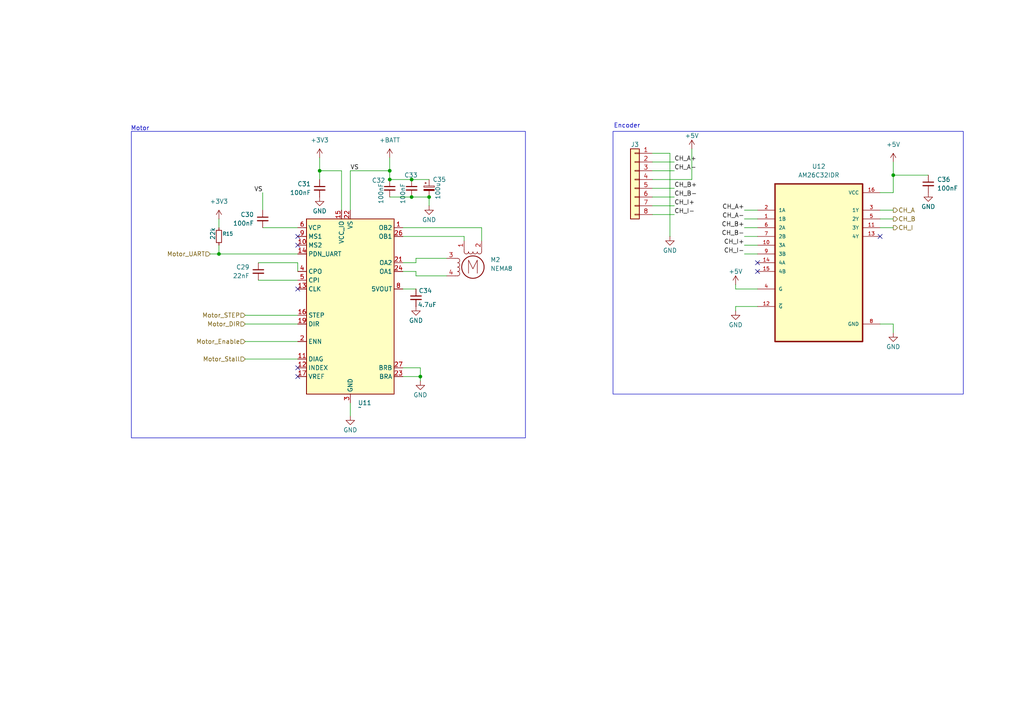
<source format=kicad_sch>
(kicad_sch (version 20250114) (generator "eeschema") (generator_version "9.0")
  (paper "A4")
  (title_block (title "Smart Key Cutter") (date "2025-05-21") (rev "2") (company "Ingenium Engineering Solutions") (comment 1 "Purak Patel"))
  (lib_symbols
    (symbol "Connector_Generic:Conn_01x08" (pin_names (offset 1.016) (hide yes))
      (property "Reference" "J" (at 0 10.16 0))
      (property "Value" "Conn_01x08" (at 0 -12.7 0))
      (symbol "Conn_01x08_1_1"
        (rectangle (start -1.27 8.89) (end 1.27 -11.43) (stroke (width 0.254)) (fill (type background)))
        (rectangle (start -1.27 7.747) (end 0 7.493) (stroke (width 0.1524)))
        (rectangle (start -1.27 5.207) (end 0 4.953) (stroke (width 0.1524)))
        (rectangle (start -1.27 2.667) (end 0 2.413) (stroke (width 0.1524)))
        (rectangle (start -1.27 0.127) (end 0 -0.127) (stroke (width 0.1524)))
        (rectangle (start -1.27 -2.413) (end 0 -2.667) (stroke (width 0.1524)))
        (rectangle (start -1.27 -4.953) (end 0 -5.207) (stroke (width 0.1524)))
        (rectangle (start -1.27 -7.493) (end 0 -7.747) (stroke (width 0.1524)))
        (rectangle (start -1.27 -10.033) (end 0 -10.287) (stroke (width 0.1524)))
        (pin passive line (at -5.08 7.62 0) (length 3.81) (name "Pin_1") (number "1"))
        (pin passive line (at -5.08 5.08 0) (length 3.81) (name "Pin_2") (number "2"))
        (pin passive line (at -5.08 2.54 0) (length 3.81) (name "Pin_3") (number "3"))
        (pin passive line (at -5.08 0 0) (length 3.81) (name "Pin_4") (number "4"))
        (pin passive line (at -5.08 -2.54 0) (length 3.81) (name "Pin_5") (number "5"))
        (pin passive line (at -5.08 -5.08 0) (length 3.81) (name "Pin_6") (number "6"))
        (pin passive line (at -5.08 -7.62 0) (length 3.81) (name "Pin_7") (number "7"))
        (pin passive line (at -5.08 -10.16 0) (length 3.81) (name "Pin_8") (number "8"))
      )
    )
    (symbol "Device:C_Polarized_Small" (pin_numbers (hide yes)) (pin_names (offset 0.254) (hide yes))
      (property "Reference" "C" (at 0.254 1.778 0))
      (property "Value" "C_Polarized_Small" (at 0.254 -2.032 0))
      (symbol "C_Polarized_Small_0_1"
        (rectangle (start -1.524 0.6858) (end 1.524 0.3048))
        (rectangle (start -1.524 -0.3048) (end 1.524 -0.6858) (fill (type outline)))
        (polyline (pts (xy -1.27 1.524) (xy -0.762 1.524)))
        (polyline (pts (xy -1.016 1.27) (xy -1.016 1.778)))
      )
      (symbol "C_Polarized_Small_1_1"
        (pin passive line (at 0 2.54 270) (length 1.8542) (name "~") (number "1"))
        (pin passive line (at 0 -2.54 90) (length 1.8542) (name "~") (number "2"))
      )
    )
    (symbol "Device:C_Small" (pin_numbers (hide yes)) (pin_names (offset 0.254) (hide yes))
      (property "Reference" "C" (at 0.254 1.778 0))
      (property "Value" "C_Small" (at 0.254 -2.032 0))
      (symbol "C_Small_0_1"
        (polyline (pts (xy -1.524 0.508) (xy 1.524 0.508)) (stroke (width 0.3048)))
        (polyline (pts (xy -1.524 -0.508) (xy 1.524 -0.508)) (stroke (width 0.3302)))
      )
      (symbol "C_Small_1_1"
        (pin passive line (at 0 2.54 270) (length 2.032) (name "~") (number "1"))
        (pin passive line (at 0 -2.54 90) (length 2.032) (name "~") (number "2"))
      )
    )
    (symbol "Device:R_Small" (pin_numbers (hide yes)) (pin_names (offset 0.254) (hide yes))
      (property "Reference" "R" (at 0 0 90))
      (property "Value" "R_Small" (at 1.778 0 90))
      (symbol "R_Small_0_1"
        (rectangle (start -0.762 1.778) (end 0.762 -1.778) (stroke (width 0.2032)))
      )
      (symbol "R_Small_1_1"
        (pin passive line (at 0 2.54 270) (length 0.762) (name "~") (number "1"))
        (pin passive line (at 0 -2.54 90) (length 0.762) (name "~") (number "2"))
      )
    )
    (symbol "Ingenium:AM26C32IDR" (pin_names (offset 1.016))
      (property "Reference" "U" (at -12.7 23.86 0))
      (property "Value" "AM26C32IDR" (at -12.7 -26.86 0))
      (symbol "AM26C32IDR_0_0"
        (rectangle (start -12.7 -22.86) (end 12.7 22.86) (stroke (width 0.41)) (fill (type background)))
        (pin input line (at -17.78 15.24 0) (length 5.08) (name "1A") (number "2"))
        (pin input line (at -17.78 12.7 0) (length 5.08) (name "1B") (number "1"))
        (pin input line (at -17.78 10.16 0) (length 5.08) (name "2A") (number "6"))
        (pin input line (at -17.78 7.62 0) (length 5.08) (name "2B") (number "7"))
        (pin input line (at -17.78 5.08 0) (length 5.08) (name "3A") (number "10"))
        (pin input line (at -17.78 2.54 0) (length 5.08) (name "3B") (number "9"))
        (pin input line (at -17.78 0 0) (length 5.08) (name "4A") (number "14"))
        (pin input line (at -17.78 -2.54 0) (length 5.08) (name "4B") (number "15"))
        (pin bidirectional line (at -17.78 -7.62 0) (length 5.08) (name "G") (number "4"))
        (pin power_in line (at 17.78 20.32 180) (length 5.08) (name "VCC") (number "16"))
        (pin output line (at 17.78 15.24 180) (length 5.08) (name "1Y") (number "3"))
        (pin output line (at 17.78 12.7 180) (length 5.08) (name "2Y") (number "5"))
        (pin output line (at 17.78 10.16 180) (length 5.08) (name "3Y") (number "11"))
        (pin output line (at 17.78 7.62 180) (length 5.08) (name "4Y") (number "13"))
        (pin power_in line (at 17.78 -17.78 180) (length 5.08) (name "GND") (number "8"))
      )
      (symbol "AM26C32IDR_1_0"
        (pin bidirectional line (at -17.78 -12.7 0) (length 5.08) (name "~{G}") (number "12"))
      )
    )
    (symbol "Ingenium:TMC2209"
      (property "Reference" "U" (at 0.762 0.9652 0))
      (property "Value" "TMC2209" (at 0 0 0))
      (symbol "TMC2209_1_1"
        (rectangle (start 0 0) (end 25.4 -50.8) (stroke (width 0.254)) (fill (type background)))
        (pin passive line (at -2.54 -2.54 0) (length 2.54) (name "VCP") (number "6"))
        (pin input line (at -2.54 -5.08 0) (length 2.54) (name "MS1") (number "9"))
        (pin input line (at -2.54 -7.62 0) (length 2.54) (name "MS2") (number "10"))
        (pin bidirectional line (at -2.54 -10.16 0) (length 2.54) (name "PDN_UART") (number "14"))
        (pin passive line (at -2.54 -15.24 0) (length 2.54) (name "CPO") (number "4"))
        (pin passive line (at -2.54 -17.78 0) (length 2.54) (name "CPI") (number "5"))
        (pin input line (at -2.54 -20.32 0) (length 2.54) (name "CLK") (number "13"))
        (pin input line (at -2.54 -27.94 0) (length 2.54) (name "STEP") (number "16"))
        (pin input line (at -2.54 -30.48 0) (length 2.54) (name "DIR") (number "19"))
        (pin input line (at -2.54 -35.56 0) (length 2.54) (name "ENN") (number "2"))
        (pin output line (at -2.54 -40.64 0) (length 2.54) (name "DIAG") (number "11"))
        (pin output line (at -2.54 -43.18 0) (length 2.54) (name "INDEX") (number "12"))
        (pin input line (at -2.54 -45.72 0) (length 2.54) (name "VREF") (number "17"))
        (pin power_in line (at 10.16 2.54 270) (length 2.54) (name "VCC_IO") (number "15"))
        (pin power_in line (at 12.7 2.54 270) (length 2.54) (name "VS") (number "22"))
        (pin passive line (at 12.7 2.54 270) (length 2.54) (hide yes) (name "VS") (number "28"))
        (pin passive line (at 12.7 -53.34 90) (length 2.54) (hide yes) (name "GND") (number "18"))
        (pin passive line (at 12.7 -53.34 90) (length 2.54) (hide yes) (name "GND") (number "29"))
        (pin power_in line (at 12.7 -53.34 90) (length 2.54) (name "GND") (number "3"))
        (pin no_connect line (at 25.4 -25.4 180) (length 2.54) (hide yes) (name "NC") (number "25"))
        (pin no_connect line (at 25.4 -27.94 180) (length 2.54) (hide yes) (name "NC") (number "20"))
        (pin no_connect line (at 25.4 -30.48 180) (length 2.54) (hide yes) (name "NC") (number "7"))
        (pin output line (at 27.94 -2.54 180) (length 2.54) (name "OB2") (number "1"))
        (pin output line (at 27.94 -5.08 180) (length 2.54) (name "OB1") (number "26"))
        (pin output line (at 27.94 -12.7 180) (length 2.54) (name "OA2") (number "21"))
        (pin output line (at 27.94 -15.24 180) (length 2.54) (name "OA1") (number "24"))
        (pin power_out line (at 27.94 -20.32 180) (length 2.54) (name "5VOUT") (number "8"))
        (pin passive line (at 27.94 -43.18 180) (length 2.54) (name "BRB") (number "27"))
        (pin passive line (at 27.94 -45.72 180) (length 2.54) (name "BRA") (number "23"))
      )
    )
    (symbol "Motor:Stepper_Motor_bipolar" (pin_names (offset 0) (hide yes))
      (property "Reference" "M" (at 3.81 2.54 0))
      (property "Value" "Stepper_Motor_bipolar" (at 3.81 1.27 0))
      (symbol "Stepper_Motor_bipolar_0_0"
        (polyline (pts (xy -1.27 -1.778) (xy -1.27 2.032) (xy 0 -0.508) (xy 1.27 2.032) (xy 1.27 -1.778)))
      )
      (symbol "Stepper_Motor_bipolar_0_1"
        (polyline (pts (xy -5.08 2.54) (xy -4.445 2.54)))
        (polyline (pts (xy -5.08 -2.54) (xy -4.445 -2.54)))
        (arc (start -4.445 2.54) (mid -3.8127 1.905) (end -4.445 1.27))
        (arc (start -4.445 1.27) (mid -3.8127 0.635) (end -4.445 0))
        (arc (start -4.445 0) (mid -3.8127 -0.635) (end -4.445 -1.27))
        (arc (start -4.445 -1.27) (mid -3.8127 -1.905) (end -4.445 -2.54))
        (polyline (pts (xy -2.54 5.08) (xy -2.54 4.445)))
        (arc (start -1.27 4.445) (mid -1.905 3.8127) (end -2.54 4.445))
        (arc (start 0 4.445) (mid -0.635 3.8127) (end -1.27 4.445))
        (circle (center 0 0) (radius 3.2512) (stroke (width 0.254)))
        (arc (start 1.27 4.445) (mid 0.635 3.8127) (end 0 4.445))
        (arc (start 2.54 4.445) (mid 1.905 3.8127) (end 1.27 4.445))
        (polyline (pts (xy 2.54 5.08) (xy 2.54 4.445)))
      )
      (symbol "Stepper_Motor_bipolar_1_1"
        (pin passive line (at -7.62 2.54 0) (length 2.54) (name "~") (number "3"))
        (pin passive line (at -7.62 -2.54 0) (length 2.54) (name "~") (number "4"))
        (pin passive line (at -2.54 7.62 270) (length 2.54) (name "~") (number "1"))
        (pin passive line (at 2.54 7.62 270) (length 2.54) (name "-") (number "2"))
      )
    )
    (symbol "power:+3V3" (power) (pin_numbers (hide yes)) (pin_names (offset 0) (hide yes))
      (property "Value" "+3V3" (at 0 3.556 0))
      (symbol "+3V3_0_1"
        (polyline (pts (xy -0.762 1.27) (xy 0 2.54)))
        (polyline (pts (xy 0 2.54) (xy 0.762 1.27)))
        (polyline (pts (xy 0 0) (xy 0 2.54)))
      )
      (symbol "+3V3_1_1"
        (pin power_in line (at 0 0 90) (length 0) (name "~") (number "1"))
      )
    )
    (symbol "power:+5V" (power) (pin_numbers (hide yes)) (pin_names (offset 0) (hide yes))
      (property "Value" "+5V" (at 0 3.556 0))
      (symbol "+5V_0_1"
        (polyline (pts (xy -0.762 1.27) (xy 0 2.54)))
        (polyline (pts (xy 0 2.54) (xy 0.762 1.27)))
        (polyline (pts (xy 0 0) (xy 0 2.54)))
      )
      (symbol "+5V_1_1"
        (pin power_in line (at 0 0 90) (length 0) (name "~") (number "1"))
      )
    )
    (symbol "power:+BATT" (power) (pin_numbers (hide yes)) (pin_names (offset 0) (hide yes))
      (property "Value" "+BATT" (at 0 3.556 0))
      (symbol "+BATT_0_1"
        (polyline (pts (xy -0.762 1.27) (xy 0 2.54)))
        (polyline (pts (xy 0 2.54) (xy 0.762 1.27)))
        (polyline (pts (xy 0 0) (xy 0 2.54)))
      )
      (symbol "+BATT_1_1"
        (pin power_in line (at 0 0 90) (length 0) (name "~") (number "1"))
      )
    )
    (symbol "power:GND" (power) (pin_numbers (hide yes)) (pin_names (offset 0) (hide yes))
      (property "Value" "GND" (at 0 -3.81 0))
      (symbol "GND_0_1"
        (polyline (pts (xy 0 0) (xy 0 -1.27) (xy 1.27 -1.27) (xy 0 -2.54) (xy -1.27 -1.27) (xy 0 -1.27)))
      )
      (symbol "GND_1_1"
        (pin power_in line (at 0 0 270) (length 0) (name "~") (number "1"))
      )
    )
  )
  (rectangle (start 38.1 38.1) (end 152.4 127))
  (rectangle (start 177.8 38.1) (end 279.4 114.3))
  (text "Motor" (at 40.64 37.338 0) (effects (font (size 1.27 1.27))))
  (text "Encoder" (at 181.864 36.576 0) (effects (font (size 1.27 1.27))))
  (junction (at 121.92 109.22))
  (junction (at 124.46 57.15))
  (junction (at 113.03 49.53))
  (junction (at 119.38 52.07))
  (junction (at 63.5 73.66))
  (junction (at 113.03 52.07))
  (junction (at 259.08 50.8))
  (junction (at 92.71 49.53))
  (junction (at 119.38 57.15))
  (no_connect (at 86.36 109.22))
  (no_connect (at 255.27 68.58))
  (no_connect (at 86.36 106.68))
  (no_connect (at 86.36 83.82))
  (no_connect (at 86.36 68.58))
  (no_connect (at 219.71 76.2))
  (no_connect (at 86.36 71.12))
  (no_connect (at 219.71 78.74))
  (wire (pts (xy 86.36 76.2) (xy 86.36 78.74)))
  (wire (pts (xy 120.65 74.93) (xy 120.65 76.2)))
  (wire (pts (xy 259.08 93.98) (xy 259.08 96.52)))
  (wire (pts (xy 76.2 66.04) (xy 86.36 66.04)))
  (wire (pts (xy 200.66 43.18) (xy 200.66 52.07)))
  (wire (pts (xy 116.84 106.68) (xy 121.92 106.68)))
  (wire (pts (xy 120.65 76.2) (xy 116.84 76.2)))
  (wire (pts (xy 194.31 44.45) (xy 194.31 68.58)))
  (wire (pts (xy 213.36 83.82) (xy 213.36 82.55)))
  (wire (pts (xy 121.92 110.49) (xy 121.92 109.22)))
  (wire (pts (xy 213.36 88.9) (xy 219.71 88.9)))
  (wire (pts (xy 63.5 73.66) (xy 86.36 73.66)))
  (wire (pts (xy 134.62 69.85) (xy 134.62 68.58)))
  (wire (pts (xy 60.96 73.66) (xy 63.5 73.66)))
  (wire (pts (xy 215.9 73.66) (xy 219.71 73.66)))
  (wire (pts (xy 189.23 49.53) (xy 195.58 49.53)))
  (wire (pts (xy 76.2 55.88) (xy 76.2 60.96)))
  (wire (pts (xy 71.12 104.14) (xy 86.36 104.14)))
  (wire (pts (xy 99.06 60.96) (xy 99.06 49.53)))
  (wire (pts (xy 189.23 44.45) (xy 194.31 44.45)))
  (wire (pts (xy 215.9 63.5) (xy 219.71 63.5)))
  (wire (pts (xy 255.27 63.5) (xy 259.08 63.5)))
  (wire (pts (xy 189.23 54.61) (xy 195.58 54.61)))
  (wire (pts (xy 215.9 60.96) (xy 219.71 60.96)))
  (wire (pts (xy 139.7 66.04) (xy 139.7 69.85)))
  (wire (pts (xy 189.23 46.99) (xy 195.58 46.99)))
  (wire (pts (xy 121.92 109.22) (xy 116.84 109.22)))
  (wire (pts (xy 92.71 45.72) (xy 92.71 49.53)))
  (wire (pts (xy 259.08 55.88) (xy 255.27 55.88)))
  (wire (pts (xy 124.46 57.15) (xy 124.46 59.69)))
  (wire (pts (xy 189.23 62.23) (xy 195.58 62.23)))
  (wire (pts (xy 116.84 66.04) (xy 139.7 66.04)))
  (wire (pts (xy 213.36 90.17) (xy 213.36 88.9)))
  (wire (pts (xy 113.03 52.07) (xy 119.38 52.07)))
  (wire (pts (xy 119.38 57.15) (xy 124.46 57.15)))
  (wire (pts (xy 63.5 71.12) (xy 63.5 73.66)))
  (wire (pts (xy 63.5 63.5) (xy 63.5 66.04)))
  (wire (pts (xy 219.71 83.82) (xy 213.36 83.82)))
  (wire (pts (xy 71.12 99.06) (xy 86.36 99.06)))
  (wire (pts (xy 116.84 68.58) (xy 134.62 68.58)))
  (wire (pts (xy 101.6 116.84) (xy 101.6 120.65)))
  (wire (pts (xy 189.23 57.15) (xy 195.58 57.15)))
  (wire (pts (xy 116.84 83.82) (xy 120.65 83.82)))
  (wire (pts (xy 101.6 49.53) (xy 113.03 49.53)))
  (wire (pts (xy 113.03 49.53) (xy 113.03 52.07)))
  (wire (pts (xy 116.84 78.74) (xy 120.65 78.74)))
  (wire (pts (xy 119.38 52.07) (xy 124.46 52.07)))
  (wire (pts (xy 259.08 46.99) (xy 259.08 50.8)))
  (wire (pts (xy 101.6 60.96) (xy 101.6 49.53)))
  (wire (pts (xy 99.06 49.53) (xy 92.71 49.53)))
  (wire (pts (xy 255.27 60.96) (xy 259.08 60.96)))
  (wire (pts (xy 259.08 50.8) (xy 259.08 55.88)))
  (wire (pts (xy 255.27 66.04) (xy 259.08 66.04)))
  (wire (pts (xy 71.12 93.98) (xy 86.36 93.98)))
  (wire (pts (xy 71.12 91.44) (xy 86.36 91.44)))
  (wire (pts (xy 120.65 80.01) (xy 120.65 78.74)))
  (wire (pts (xy 92.71 49.53) (xy 92.71 52.07)))
  (wire (pts (xy 215.9 71.12) (xy 219.71 71.12)))
  (wire (pts (xy 74.93 81.28) (xy 86.36 81.28)))
  (wire (pts (xy 255.27 93.98) (xy 259.08 93.98)))
  (wire (pts (xy 129.54 74.93) (xy 120.65 74.93)))
  (wire (pts (xy 189.23 59.69) (xy 195.58 59.69)))
  (wire (pts (xy 215.9 68.58) (xy 219.71 68.58)))
  (wire (pts (xy 215.9 66.04) (xy 219.71 66.04)))
  (wire (pts (xy 121.92 106.68) (xy 121.92 109.22)))
  (wire (pts (xy 113.03 57.15) (xy 119.38 57.15)))
  (wire (pts (xy 129.54 80.01) (xy 120.65 80.01)))
  (wire (pts (xy 189.23 52.07) (xy 200.66 52.07)))
  (wire (pts (xy 259.08 50.8) (xy 269.24 50.8)))
  (wire (pts (xy 113.03 45.72) (xy 113.03 49.53)))
  (wire (pts (xy 74.93 76.2) (xy 86.36 76.2)))
  (label "CH_I+" (at 215.9 71.12 180))
  (label "CH_B-" (at 215.9 68.58 180))
  (label "VS" (at 101.6 49.53 0))
  (label "VS" (at 76.2 55.88 180))
  (label "CH_B+" (at 195.58 54.61 0))
  (label "CH_A-" (at 195.58 49.53 0))
  (label "CH_A+" (at 215.9 60.96 180))
  (label "CH_B-" (at 195.58 57.15 0))
  (label "CH_I+" (at 195.58 59.69 0))
  (label "CH_A-" (at 215.9 63.5 180))
  (label "CH_B+" (at 215.9 66.04 180))
  (label "CH_I-" (at 195.58 62.23 0))
  (label "CH_I-" (at 215.9 73.66 180))
  (label "CH_A+" (at 195.58 46.99 0))
  (hierarchical_label "CH_B" (shape output) (at 259.08 63.5 0))
  (hierarchical_label "CH_A" (shape output) (at 259.08 60.96 0))
  (hierarchical_label "CH_I" (shape output) (at 259.08 66.04 0))
  (hierarchical_label "Motor_Enable" (shape input) (at 71.12 99.06 180))
  (hierarchical_label "Motor_DIR" (shape input) (at 71.12 93.98 180))
  (hierarchical_label "Motor_Stall" (shape input) (at 71.12 104.14 180))
  (hierarchical_label "Motor_UART" (shape input) (at 60.96 73.66 180))
  (hierarchical_label "Motor_STEP" (shape input) (at 71.12 91.44 180))
  (symbol (lib_id "power:+3V3") (at 92.71 45.72 0) (unit 1)
    (property "Reference" "#PWR051" (effects (hide yes)))
    (property "Value" "+3V3" (at 92.71 40.64 0))
    (property "Description" "Power symbol creates a global label with name \"+3V3\"" (effects (hide yes)))
    (instances (project "" (path "" (reference "#PWR065") (unit 1)) (path "" (reference "#PWR051") (unit 1))))
  )
  (symbol (lib_id "Motor:Stepper_Motor_bipolar") (at 137.16 77.47 0) (unit 1)
    (property "Reference" "M1" (at 142.24 75.349 0) (effects (justify left)))
    (property "Value" "NEMA8" (at 142.24 77.889 0) (effects (justify left)))
    (property "Footprint" "Connector_JST:JST_XH_S4B-XH-A_1x04_P2.50mm_Horizontal" (effects (hide yes)))
    (property "Datasheet" "https://www.omc-stepperonline.com/nema-8-external-ball-screw-linear-stepper-motor-0-5a-38-2mm-stack-screw-lead-1mm-0-03937-lead-length-150mm-8e15s0504bam5-150rs?srsltid=AfmBOopsthDFU2CYZzFgR7OEffP9Av-ohndb0RtiLkE3Y64jeewJMNAA" (effects (hide yes)))
    (property "Description" "4-wire bipolar stepper motor" (effects (hide yes)))
    (instances (project "Smart Key Cutter Interface" (path "" (reference "M2") (unit 1)) (path "" (reference "M1") (unit 1))))
  )
  (symbol (lib_id "power:+5V") (at 200.66 43.18 0) (unit 1)
    (property "Reference" "#PWR059" (effects (hide yes)))
    (property "Value" "+5V" (at 200.66 39.37 0))
    (property "Description" "Power symbol creates a global label with name \"+5V\"" (effects (hide yes)))
    (instances (project "Smart Key Cutter Interface" (path "" (reference "#PWR073") (unit 1)) (path "" (reference "#PWR059") (unit 1))))
  )
  (symbol (lib_id "power:+5V") (at 213.36 82.55 0) (unit 1)
    (property "Reference" "#PWR060" (effects (hide yes)))
    (property "Value" "+5V" (at 213.36 78.74 0))
    (property "Description" "Power symbol creates a global label with name \"+5V\"" (effects (hide yes)))
    (instances (project "Smart Key Cutter Interface" (path "" (reference "#PWR074") (unit 1)) (path "" (reference "#PWR060") (unit 1))))
  )
  (symbol (lib_id "Device:C_Small") (at 119.38 54.61 0) (mirror y) (unit 1)
    (property "Reference" "C25" (at 121.158 50.8 0) (effects (justify left)))
    (property "Value" "100nF" (at 116.84 59.182 90) (effects (justify left)))
    (property "Footprint" "Capacitor_SMD:C_0402_1005Metric" (effects (hide yes)))
    (property "Description" "Unpolarized capacitor, small symbol" (effects (hide yes)))
    (instances (project "Smart Key Cutter Interface" (path "" (reference "C33") (unit 1)) (path "" (reference "C25") (unit 1))))
  )
  (symbol (lib_id "Device:C_Small") (at 269.24 53.34 0) (unit 1)
    (property "Reference" "C28" (at 271.78 52.0762 0) (effects (justify left)))
    (property "Value" "100nF" (at 271.78 54.6162 0) (effects (justify left)))
    (property "Footprint" "Capacitor_SMD:C_0402_1005Metric" (effects (hide yes)))
    (property "Description" "Unpolarized capacitor, small symbol" (effects (hide yes)))
    (instances (project "" (path "" (reference "C36") (unit 1)) (path "" (reference "C28") (unit 1))))
  )
  (symbol (lib_id "power:GND") (at 269.24 55.88 0) (unit 1)
    (property "Reference" "#PWR064" (effects (hide yes)))
    (property "Value" "GND" (at 269.24 59.944 0))
    (property "Description" "Power symbol creates a global label with name \"GND\" , ground" (effects (hide yes)))
    (instances (project "" (path "" (reference "#PWR078") (unit 1)) (path "" (reference "#PWR064") (unit 1))))
  )
  (symbol (lib_id "power:GND") (at 213.36 90.17 0) (unit 1)
    (property "Reference" "#PWR061" (effects (hide yes)))
    (property "Value" "GND" (at 213.36 94.234 0))
    (property "Description" "Power symbol creates a global label with name \"GND\" , ground" (effects (hide yes)))
    (instances (project "Smart Key Cutter Interface" (path "" (reference "#PWR075") (unit 1)) (path "" (reference "#PWR061") (unit 1))))
  )
  (symbol (lib_id "power:GND") (at 101.6 120.65 0) (unit 1)
    (property "Reference" "#PWR053" (effects (hide yes)))
    (property "Value" "GND" (at 101.6 124.714 0))
    (property "Description" "Power symbol creates a global label with name \"GND\" , ground" (effects (hide yes)))
    (instances (project "Smart Key Cutter Interface" (path "" (reference "#PWR067") (unit 1)) (path "" (reference "#PWR053") (unit 1))))
  )
  (symbol (lib_id "Device:C_Small") (at 113.03 54.61 0) (mirror y) (unit 1)
    (property "Reference" "C24" (at 111.76 52.324 0) (effects (justify left)))
    (property "Value" "100nF" (at 110.49 59.182 90) (effects (justify left)))
    (property "Footprint" "Capacitor_SMD:C_0402_1005Metric" (effects (hide yes)))
    (property "Description" "Unpolarized capacitor, small symbol" (effects (hide yes)))
    (instances (project "Smart Key Cutter Interface" (path "" (reference "C32") (unit 1)) (path "" (reference "C24") (unit 1))))
  )
  (symbol (lib_id "Device:C_Small") (at 120.65 86.36 0) (unit 1)
    (property "Reference" "C26" (at 121.412 84.328 0) (effects (justify left)))
    (property "Value" "4.7uF" (at 121.158 88.392 0) (effects (justify left)))
    (property "Footprint" "Capacitor_SMD:C_0603_1608Metric" (effects (hide yes)))
    (property "Description" "Unpolarized capacitor, small symbol" (effects (hide yes)))
    (instances (project "Smart Key Cutter Interface" (path "" (reference "C34") (unit 1)) (path "" (reference "C26") (unit 1))))
  )
  (symbol (lib_id "power:+5V") (at 259.08 46.99 0) (unit 1)
    (property "Reference" "#PWR062" (effects (hide yes)))
    (property "Value" "+5V" (at 259.08 41.91 0))
    (property "Description" "Power symbol creates a global label with name \"+5V\"" (effects (hide yes)))
    (instances (project "Smart Key Cutter Interface" (path "" (reference "#PWR076") (unit 1)) (path "" (reference "#PWR062") (unit 1))))
  )
  (symbol (lib_id "power:GND") (at 124.46 59.69 0) (unit 1)
    (property "Reference" "#PWR057" (effects (hide yes)))
    (property "Value" "GND" (at 124.46 63.754 0))
    (property "Description" "Power symbol creates a global label with name \"GND\" , ground" (effects (hide yes)))
    (instances (project "Smart Key Cutter Interface" (path "" (reference "#PWR071") (unit 1)) (path "" (reference "#PWR057") (unit 1))))
  )
  (symbol (lib_id "power:GND") (at 120.65 88.9 0) (unit 1)
    (property "Reference" "#PWR055" (effects (hide yes)))
    (property "Value" "GND" (at 120.65 92.964 0))
    (property "Description" "Power symbol creates a global label with name \"GND\" , ground" (effects (hide yes)))
    (instances (project "Smart Key Cutter Interface" (path "" (reference "#PWR069") (unit 1)) (path "" (reference "#PWR055") (unit 1))))
  )
  (symbol (lib_id "power:GND") (at 259.08 96.52 0) (unit 1)
    (property "Reference" "#PWR063" (effects (hide yes)))
    (property "Value" "GND" (at 259.08 100.584 0))
    (property "Description" "Power symbol creates a global label with name \"GND\" , ground" (effects (hide yes)))
    (instances (project "Smart Key Cutter Interface" (path "" (reference "#PWR077") (unit 1)) (path "" (reference "#PWR063") (unit 1))))
  )
  (symbol (lib_id "power:GND") (at 92.71 57.15 0) (unit 1)
    (property "Reference" "#PWR052" (effects (hide yes)))
    (property "Value" "GND" (at 92.71 61.214 0))
    (property "Description" "Power symbol creates a global label with name \"GND\" , ground" (effects (hide yes)))
    (instances (project "Smart Key Cutter Interface" (path "" (reference "#PWR066") (unit 1)) (path "" (reference "#PWR052") (unit 1))))
  )
  (symbol (lib_id "power:+3V3") (at 63.5 63.5 0) (unit 1)
    (property "Reference" "#PWR033" (effects (hide yes)))
    (property "Value" "+3V3" (at 63.5 58.42 0))
    (property "Description" "Power symbol creates a global label with name \"+3V3\"" (effects (hide yes)))
    (instances (project "Smart Key Cutter Interface" (path "" (reference "#PWR047") (unit 1)) (path "" (reference "#PWR033") (unit 1))))
  )
  (symbol (lib_id "Device:C_Small") (at 76.2 63.5 0) (mirror y) (unit 1)
    (property "Reference" "C22" (at 73.66 62.2362 0) (effects (justify left)))
    (property "Value" "100nF" (at 73.66 64.7762 0) (effects (justify left)))
    (property "Footprint" "Capacitor_SMD:C_0402_1005Metric" (effects (hide yes)))
    (property "Description" "Unpolarized capacitor, small symbol" (effects (hide yes)))
    (instances (project "Smart Key Cutter Interface" (path "" (reference "C30") (unit 1)) (path "" (reference "C22") (unit 1))))
  )
  (symbol (lib_id "power:+BATT") (at 113.03 45.72 0) (unit 1)
    (property "Reference" "#PWR054" (effects (hide yes)))
    (property "Value" "+BATT" (at 113.03 40.64 0))
    (property "Description" "Power symbol creates a global label with name \"+BATT\"" (effects (hide yes)))
    (instances (project "Smart Key Cutter Interface" (path "" (reference "#PWR068") (unit 1)) (path "" (reference "#PWR054") (unit 1))))
  )
  (symbol (lib_id "Device:C_Small") (at 74.93 78.74 0) (mirror y) (unit 1)
    (property "Reference" "C21" (at 72.39 77.4762 0) (effects (justify left)))
    (property "Value" "22nF" (at 72.39 80.0162 0) (effects (justify left)))
    (property "Footprint" "Capacitor_SMD:C_0402_1005Metric" (effects (hide yes)))
    (property "Description" "Unpolarized capacitor, small symbol" (effects (hide yes)))
    (instances (project "Smart Key Cutter Interface" (path "" (reference "C29") (unit 1)) (path "" (reference "C21") (unit 1))))
  )
  (symbol (lib_id "Ingenium:TMC2209") (at 88.9 63.5 0) (unit 1)
    (property "Reference" "U9" (at 103.7941 116.84 0) (effects (justify left)))
    (property "Value" "~" (at 103.7941 118.11 0) (effects (justify left)))
    (property "Footprint" "Ingenium:VQFN-28-1EP_5x5mm_P0.5mm_EP3.7x3.7mm_ThermalVias" (effects (hide yes)))
    (property "Datasheet" "https://www.analog.com/media/en/technical-documentation/data-sheets/TMC2209_datasheet_rev1.09.pdf" (effects (hide yes)))
    (property "LCSC#:" "C2150710" (effects (hide yes)))
    (instances (project "Smart Key Cutter Interface" (path "" (reference "U11") (unit 1)) (path "" (reference "U9") (unit 1))))
  )
  (symbol (lib_id "Ingenium:AM26C32IDR") (at 237.49 76.2 0) (unit 1)
    (property "Reference" "U10" (at 237.49 48.26 0))
    (property "Value" "AM26C32IDR" (at 237.49 50.8 0))
    (property "Footprint" "Package_SO:SOIC-16_3.9x9.9mm_P1.27mm" (effects (hide yes)))
    (instances (project "" (path "" (reference "U12") (unit 1)) (path "" (reference "U10") (unit 1))))
  )
  (symbol (lib_id "Connector_Generic:Conn_01x08") (at 184.15 52.07 0) (mirror y) (unit 1)
    (property "Reference" "J2" (at 184.15 41.91 0))
    (property "Value" "Encoder" (effects (hide yes)))
    (property "Footprint" "Ingenium:JST_SM08B-SRSS-TB" (effects (hide yes)))
    (property "Description" "Generic connector, single row, 01x08, script generated (kicad-library-utils/schlib/autogen/connector/)" (effects (hide yes)))
    (instances (project "" (path "" (reference "J3") (unit 1)) (path "" (reference "J2") (unit 1))))
  )
  (symbol (lib_id "Device:C_Polarized_Small") (at 124.46 54.61 0) (unit 1)
    (property "Reference" "C27" (at 125.476 52.07 0) (effects (justify left)))
    (property "Value" "100u" (at 127 57.912 90) (effects (justify left)))
    (property "Footprint" "Capacitor_SMD:CP_Elec_5x5.3" (effects (hide yes)))
    (property "Description" "Polarized capacitor, small symbol" (effects (hide yes)))
    (property "LCSC#" "C5632120" (effects (hide yes)))
    (instances (project "Smart Key Cutter Interface" (path "" (reference "C35") (unit 1)) (path "" (reference "C27") (unit 1))))
  )
  (symbol (lib_id "Device:R_Small") (at 63.5 68.58 0) (unit 1)
    (property "Reference" "R14" (at 64.516 67.818 0) (effects (font (size 1.016 1.016)) (justify left)))
    (property "Value" "22k" (at 61.722 69.596 90) (effects (justify left)))
    (property "Footprint" "Resistor_SMD:R_0402_1005Metric" (effects (hide yes)))
    (property "Description" "Resistor, small symbol" (effects (hide yes)))
    (instances (project "Smart Key Cutter Interface" (path "" (reference "R15") (unit 1)) (path "" (reference "R14") (unit 1))))
  )
  (symbol (lib_id "power:GND") (at 121.92 110.49 0) (unit 1)
    (property "Reference" "#PWR056" (effects (hide yes)))
    (property "Value" "GND" (at 121.92 114.554 0))
    (property "Description" "Power symbol creates a global label with name \"GND\" , ground" (effects (hide yes)))
    (instances (project "Smart Key Cutter Interface" (path "" (reference "#PWR070") (unit 1)) (path "" (reference "#PWR056") (unit 1))))
  )
  (symbol (lib_id "Device:C_Small") (at 92.71 54.61 0) (mirror y) (unit 1)
    (property "Reference" "C23" (at 90.17 53.3462 0) (effects (justify left)))
    (property "Value" "100nF" (at 90.17 55.8862 0) (effects (justify left)))
    (property "Footprint" "Capacitor_SMD:C_0402_1005Metric" (effects (hide yes)))
    (property "Description" "Unpolarized capacitor, small symbol" (effects (hide yes)))
    (instances (project "Smart Key Cutter Interface" (path "" (reference "C31") (unit 1)) (path "" (reference "C23") (unit 1))))
  )
  (symbol (lib_id "power:GND") (at 194.31 68.58 0) (unit 1)
    (property "Reference" "#PWR058" (effects (hide yes)))
    (property "Value" "GND" (at 194.31 72.644 0))
    (property "Description" "Power symbol creates a global label with name \"GND\" , ground" (effects (hide yes)))
    (instances (project "Smart Key Cutter Interface" (path "" (reference "#PWR072") (unit 1)) (path "" (reference "#PWR058") (unit 1))))
  )
)
</source>
